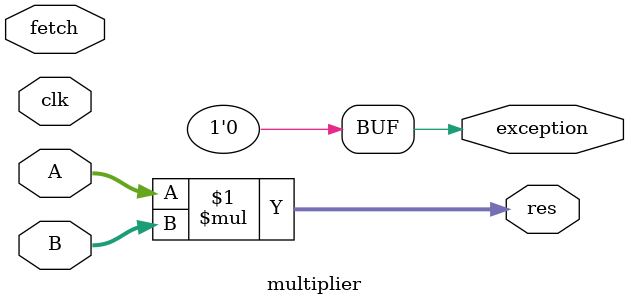
<source format=v>
module multiplier(A, B, clk, fetch, res, exception);
	input [31:0] A, B;
	input fetch, clk;
	output [31:0] res;
	output exception;

	assign res = A * B;
	assign exception = 1'b0;
endmodule

</source>
